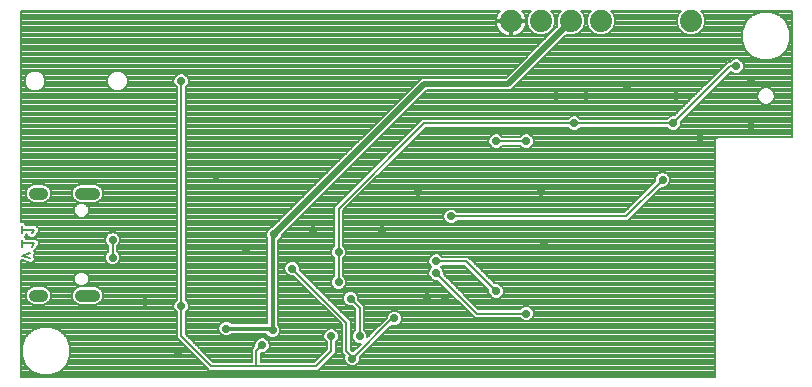
<source format=gbl>
G75*
%MOIN*%
%OFA0B0*%
%FSLAX25Y25*%
%IPPOS*%
%LPD*%
%AMOC8*
5,1,8,0,0,1.08239X$1,22.5*
%
%ADD10C,0.00800*%
%ADD11C,0.03937*%
%ADD12C,0.07400*%
%ADD13C,0.02900*%
%ADD14C,0.01200*%
%ADD15C,0.02000*%
D10*
X0216500Y0041500D02*
X0216500Y0080356D01*
X0216785Y0080214D01*
X0216900Y0080252D01*
X0219815Y0079280D01*
X0220927Y0079836D01*
X0221319Y0081015D01*
X0220910Y0081833D01*
X0221319Y0082652D01*
X0221059Y0083432D01*
X0222219Y0084881D01*
X0222600Y0085262D01*
X0222600Y0085357D01*
X0222659Y0085431D01*
X0222600Y0085966D01*
X0222600Y0086505D01*
X0222533Y0086572D01*
X0222522Y0086666D01*
X0222102Y0087003D01*
X0221721Y0087383D01*
X0221626Y0087383D01*
X0221552Y0087443D01*
X0221017Y0087383D01*
X0218400Y0087383D01*
X0218400Y0087671D01*
X0217938Y0088133D01*
X0218400Y0088595D01*
X0218400Y0088883D01*
X0218694Y0088883D01*
X0218744Y0088433D01*
X0219715Y0087657D01*
X0220950Y0087794D01*
X0222219Y0089381D01*
X0222600Y0089762D01*
X0222600Y0089857D01*
X0222659Y0089931D01*
X0222600Y0090466D01*
X0222600Y0091005D01*
X0222533Y0091072D01*
X0222522Y0091166D01*
X0222102Y0091503D01*
X0221721Y0091883D01*
X0221626Y0091883D01*
X0221552Y0091943D01*
X0221017Y0091883D01*
X0218400Y0091883D01*
X0218400Y0092171D01*
X0217521Y0093050D01*
X0216500Y0093050D01*
X0216500Y0163500D01*
X0376288Y0163500D01*
X0376110Y0163322D01*
X0375638Y0162673D01*
X0375274Y0161958D01*
X0375026Y0161194D01*
X0374900Y0160401D01*
X0374900Y0160400D01*
X0379600Y0160400D01*
X0379600Y0159600D01*
X0380400Y0159600D01*
X0380400Y0160400D01*
X0385100Y0160400D01*
X0385100Y0160401D01*
X0384974Y0161194D01*
X0384726Y0161958D01*
X0384362Y0162673D01*
X0383890Y0163322D01*
X0383712Y0163500D01*
X0386712Y0163500D01*
X0385931Y0162719D01*
X0385200Y0160955D01*
X0385200Y0159045D01*
X0385931Y0157281D01*
X0387281Y0155931D01*
X0389045Y0155200D01*
X0390955Y0155200D01*
X0392719Y0155931D01*
X0394069Y0157281D01*
X0394800Y0159045D01*
X0394800Y0160955D01*
X0394069Y0162719D01*
X0393288Y0163500D01*
X0396712Y0163500D01*
X0395931Y0162719D01*
X0395200Y0160955D01*
X0395200Y0159045D01*
X0395456Y0158426D01*
X0378180Y0141150D01*
X0350180Y0141150D01*
X0300580Y0091550D01*
X0300493Y0091550D01*
X0299556Y0091162D01*
X0298838Y0090444D01*
X0298450Y0089507D01*
X0298450Y0088493D01*
X0298800Y0087648D01*
X0298800Y0059200D01*
X0286906Y0059200D01*
X0286444Y0059662D01*
X0285507Y0060050D01*
X0284493Y0060050D01*
X0283556Y0059662D01*
X0282838Y0058944D01*
X0282450Y0058007D01*
X0282450Y0056993D01*
X0282838Y0056056D01*
X0283556Y0055338D01*
X0284493Y0054950D01*
X0285507Y0054950D01*
X0286444Y0055338D01*
X0286906Y0055800D01*
X0298191Y0055800D01*
X0298338Y0055445D01*
X0299056Y0054727D01*
X0299993Y0054339D01*
X0301007Y0054339D01*
X0301944Y0054727D01*
X0302662Y0055445D01*
X0303050Y0056382D01*
X0303050Y0057396D01*
X0302662Y0058333D01*
X0302200Y0058795D01*
X0302200Y0086737D01*
X0302444Y0086838D01*
X0303162Y0087556D01*
X0303550Y0088493D01*
X0303550Y0088580D01*
X0351920Y0136950D01*
X0379920Y0136950D01*
X0398426Y0155456D01*
X0399045Y0155200D01*
X0400955Y0155200D01*
X0402719Y0155931D01*
X0404069Y0157281D01*
X0404800Y0159045D01*
X0404800Y0160955D01*
X0404069Y0162719D01*
X0403288Y0163500D01*
X0406712Y0163500D01*
X0405931Y0162719D01*
X0405200Y0160955D01*
X0405200Y0159045D01*
X0405931Y0157281D01*
X0407281Y0155931D01*
X0409045Y0155200D01*
X0410955Y0155200D01*
X0412719Y0155931D01*
X0414069Y0157281D01*
X0414800Y0159045D01*
X0414800Y0160955D01*
X0414069Y0162719D01*
X0413288Y0163500D01*
X0436712Y0163500D01*
X0435931Y0162719D01*
X0435200Y0160955D01*
X0435200Y0159045D01*
X0435931Y0157281D01*
X0437281Y0155931D01*
X0439045Y0155200D01*
X0440955Y0155200D01*
X0442719Y0155931D01*
X0444069Y0157281D01*
X0444800Y0159045D01*
X0444800Y0160955D01*
X0444069Y0162719D01*
X0443288Y0163500D01*
X0473500Y0163500D01*
X0473500Y0121500D01*
X0448879Y0121500D01*
X0448000Y0120621D01*
X0448000Y0041500D01*
X0216500Y0041500D01*
X0216500Y0041597D02*
X0448000Y0041597D01*
X0448000Y0042396D02*
X0227807Y0042396D01*
X0226611Y0041900D02*
X0225331Y0041900D01*
X0223389Y0041900D01*
X0220412Y0043133D01*
X0220412Y0043133D01*
X0218133Y0045412D01*
X0218133Y0045412D01*
X0216900Y0048389D01*
X0216900Y0051611D01*
X0218133Y0054588D01*
X0218133Y0054588D01*
X0220412Y0056867D01*
X0220412Y0056867D01*
X0223389Y0058100D01*
X0226611Y0058100D01*
X0229588Y0056867D01*
X0229588Y0056867D01*
X0231867Y0054588D01*
X0231867Y0054588D01*
X0233100Y0051611D01*
X0233100Y0048389D01*
X0231867Y0045412D01*
X0231867Y0045412D01*
X0231867Y0045412D01*
X0229588Y0043133D01*
X0229588Y0043133D01*
X0226611Y0041900D01*
X0229649Y0043194D02*
X0448000Y0043194D01*
X0448000Y0043993D02*
X0316114Y0043993D01*
X0316500Y0044379D02*
X0320621Y0048500D01*
X0321500Y0049379D01*
X0321500Y0052894D01*
X0322162Y0053556D01*
X0322550Y0054493D01*
X0322550Y0055507D01*
X0322162Y0056444D01*
X0321444Y0057162D01*
X0320507Y0057550D01*
X0319493Y0057550D01*
X0318556Y0057162D01*
X0317838Y0056444D01*
X0317450Y0055507D01*
X0317450Y0054493D01*
X0317838Y0053556D01*
X0318500Y0052894D01*
X0318500Y0050621D01*
X0314379Y0046500D01*
X0296500Y0046500D01*
X0296500Y0049379D01*
X0296571Y0049450D01*
X0297507Y0049450D01*
X0298444Y0049838D01*
X0299162Y0050556D01*
X0299550Y0051493D01*
X0299550Y0052507D01*
X0299162Y0053444D01*
X0298444Y0054162D01*
X0297507Y0054550D01*
X0296493Y0054550D01*
X0295556Y0054162D01*
X0294838Y0053444D01*
X0294450Y0052507D01*
X0294450Y0051571D01*
X0293500Y0050621D01*
X0293500Y0046500D01*
X0280621Y0046500D01*
X0271500Y0055621D01*
X0271500Y0062894D01*
X0272162Y0063556D01*
X0272550Y0064493D01*
X0272550Y0065507D01*
X0272162Y0066444D01*
X0271500Y0067106D01*
X0271500Y0137894D01*
X0272162Y0138556D01*
X0272550Y0139493D01*
X0272550Y0140507D01*
X0272162Y0141444D01*
X0271444Y0142162D01*
X0270507Y0142550D01*
X0269493Y0142550D01*
X0268556Y0142162D01*
X0267838Y0141444D01*
X0267450Y0140507D01*
X0267450Y0139493D01*
X0267838Y0138556D01*
X0268500Y0137894D01*
X0268500Y0067106D01*
X0267838Y0066444D01*
X0267450Y0065507D01*
X0267450Y0064493D01*
X0267838Y0063556D01*
X0268500Y0062894D01*
X0268500Y0054379D01*
X0278500Y0044379D01*
X0278500Y0044379D01*
X0279379Y0043500D01*
X0315621Y0043500D01*
X0316500Y0044379D01*
X0316912Y0044791D02*
X0448000Y0044791D01*
X0448000Y0045590D02*
X0328696Y0045590D01*
X0328444Y0045338D02*
X0329162Y0046056D01*
X0329550Y0046993D01*
X0329550Y0047929D01*
X0340149Y0058527D01*
X0340604Y0058339D01*
X0341618Y0058339D01*
X0342555Y0058727D01*
X0343273Y0059445D01*
X0343661Y0060382D01*
X0343661Y0061396D01*
X0343273Y0062333D01*
X0342555Y0063051D01*
X0341618Y0063439D01*
X0340604Y0063439D01*
X0339667Y0063051D01*
X0338949Y0062333D01*
X0338561Y0061396D01*
X0338561Y0061182D01*
X0332050Y0054671D01*
X0332050Y0055507D01*
X0331662Y0056444D01*
X0331000Y0057106D01*
X0331000Y0065121D01*
X0329050Y0067071D01*
X0329050Y0068007D01*
X0328662Y0068944D01*
X0327944Y0069662D01*
X0327007Y0070050D01*
X0325993Y0070050D01*
X0325056Y0069662D01*
X0324338Y0068944D01*
X0323950Y0068007D01*
X0323950Y0066993D01*
X0324338Y0066056D01*
X0325056Y0065338D01*
X0325993Y0064950D01*
X0326929Y0064950D01*
X0328000Y0063879D01*
X0328000Y0057106D01*
X0327338Y0056444D01*
X0326950Y0055507D01*
X0326950Y0054493D01*
X0327338Y0053556D01*
X0328056Y0052838D01*
X0328993Y0052450D01*
X0329829Y0052450D01*
X0327429Y0050050D01*
X0327071Y0050050D01*
X0326500Y0050621D01*
X0326500Y0060121D01*
X0325621Y0061000D01*
X0309550Y0077071D01*
X0309550Y0078007D01*
X0309162Y0078944D01*
X0308444Y0079662D01*
X0307507Y0080050D01*
X0306493Y0080050D01*
X0305556Y0079662D01*
X0304838Y0078944D01*
X0304450Y0078007D01*
X0304450Y0076993D01*
X0304838Y0076056D01*
X0305556Y0075338D01*
X0306493Y0074950D01*
X0307429Y0074950D01*
X0323500Y0058879D01*
X0323500Y0049379D01*
X0324573Y0048305D01*
X0324450Y0048007D01*
X0324450Y0046993D01*
X0324838Y0046056D01*
X0325556Y0045338D01*
X0326493Y0044950D01*
X0327507Y0044950D01*
X0328444Y0045338D01*
X0329300Y0046388D02*
X0448000Y0046388D01*
X0448000Y0047187D02*
X0329550Y0047187D01*
X0329606Y0047985D02*
X0448000Y0047985D01*
X0448000Y0048784D02*
X0330405Y0048784D01*
X0331203Y0049582D02*
X0448000Y0049582D01*
X0448000Y0050381D02*
X0332002Y0050381D01*
X0332800Y0051179D02*
X0448000Y0051179D01*
X0448000Y0051978D02*
X0333599Y0051978D01*
X0334397Y0052776D02*
X0448000Y0052776D01*
X0448000Y0053575D02*
X0335196Y0053575D01*
X0335995Y0054373D02*
X0448000Y0054373D01*
X0448000Y0055172D02*
X0336793Y0055172D01*
X0337592Y0055970D02*
X0448000Y0055970D01*
X0448000Y0056769D02*
X0338390Y0056769D01*
X0339189Y0057567D02*
X0448000Y0057567D01*
X0448000Y0058366D02*
X0341683Y0058366D01*
X0340539Y0058366D02*
X0339987Y0058366D01*
X0340389Y0060889D02*
X0341111Y0060889D01*
X0340389Y0060889D02*
X0327250Y0047750D01*
X0325000Y0050000D01*
X0325000Y0059500D01*
X0307000Y0077500D01*
X0306047Y0075134D02*
X0302200Y0075134D01*
X0302200Y0074336D02*
X0308043Y0074336D01*
X0308841Y0073537D02*
X0302200Y0073537D01*
X0302200Y0072739D02*
X0309640Y0072739D01*
X0310438Y0071940D02*
X0302200Y0071940D01*
X0302200Y0071142D02*
X0311237Y0071142D01*
X0312035Y0070343D02*
X0302200Y0070343D01*
X0302200Y0069545D02*
X0312834Y0069545D01*
X0313632Y0068746D02*
X0302200Y0068746D01*
X0302200Y0067948D02*
X0314431Y0067948D01*
X0315229Y0067149D02*
X0302200Y0067149D01*
X0302200Y0066351D02*
X0316028Y0066351D01*
X0316826Y0065552D02*
X0302200Y0065552D01*
X0302200Y0064754D02*
X0317625Y0064754D01*
X0318423Y0063955D02*
X0302200Y0063955D01*
X0302200Y0063157D02*
X0319222Y0063157D01*
X0320020Y0062358D02*
X0302200Y0062358D01*
X0302200Y0061560D02*
X0320819Y0061560D01*
X0321617Y0060761D02*
X0302200Y0060761D01*
X0302200Y0059963D02*
X0322416Y0059963D01*
X0323214Y0059164D02*
X0302200Y0059164D01*
X0302629Y0058366D02*
X0323500Y0058366D01*
X0323500Y0057567D02*
X0302979Y0057567D01*
X0303050Y0056769D02*
X0318163Y0056769D01*
X0317642Y0055970D02*
X0302880Y0055970D01*
X0302389Y0055172D02*
X0317450Y0055172D01*
X0317500Y0054373D02*
X0301090Y0054373D01*
X0299910Y0054373D02*
X0297934Y0054373D01*
X0298611Y0055172D02*
X0286042Y0055172D01*
X0283957Y0055172D02*
X0271950Y0055172D01*
X0271500Y0055970D02*
X0282924Y0055970D01*
X0282543Y0056769D02*
X0271500Y0056769D01*
X0271500Y0057567D02*
X0282450Y0057567D01*
X0282599Y0058366D02*
X0271500Y0058366D01*
X0271500Y0059164D02*
X0283058Y0059164D01*
X0284282Y0059963D02*
X0271500Y0059963D01*
X0271500Y0060761D02*
X0298800Y0060761D01*
X0298800Y0059963D02*
X0285718Y0059963D01*
X0296066Y0054373D02*
X0272748Y0054373D01*
X0273547Y0053575D02*
X0294968Y0053575D01*
X0294561Y0052776D02*
X0274345Y0052776D01*
X0275144Y0051978D02*
X0294450Y0051978D01*
X0294058Y0051179D02*
X0275942Y0051179D01*
X0276741Y0050381D02*
X0293500Y0050381D01*
X0293500Y0049582D02*
X0277539Y0049582D01*
X0278338Y0048784D02*
X0293500Y0048784D01*
X0293500Y0047985D02*
X0279136Y0047985D01*
X0279935Y0047187D02*
X0293500Y0047187D01*
X0295000Y0045000D02*
X0295000Y0050000D01*
X0297000Y0052000D01*
X0299550Y0051978D02*
X0318500Y0051978D01*
X0318500Y0052776D02*
X0299439Y0052776D01*
X0299032Y0053575D02*
X0317830Y0053575D01*
X0318500Y0051179D02*
X0299420Y0051179D01*
X0298987Y0050381D02*
X0318259Y0050381D01*
X0317461Y0049582D02*
X0297826Y0049582D01*
X0296500Y0048784D02*
X0316662Y0048784D01*
X0315864Y0047985D02*
X0296500Y0047985D01*
X0296500Y0047187D02*
X0315065Y0047187D01*
X0315000Y0045000D02*
X0295000Y0045000D01*
X0280000Y0045000D01*
X0270000Y0055000D01*
X0270000Y0065000D01*
X0270000Y0140000D01*
X0272352Y0139015D02*
X0348046Y0139015D01*
X0348844Y0139814D02*
X0272550Y0139814D01*
X0272506Y0140612D02*
X0349643Y0140612D01*
X0347247Y0138217D02*
X0271823Y0138217D01*
X0271500Y0137418D02*
X0346449Y0137418D01*
X0345650Y0136620D02*
X0271500Y0136620D01*
X0271500Y0135821D02*
X0344852Y0135821D01*
X0344053Y0135023D02*
X0271500Y0135023D01*
X0271500Y0134224D02*
X0343254Y0134224D01*
X0342456Y0133426D02*
X0271500Y0133426D01*
X0271500Y0132627D02*
X0341657Y0132627D01*
X0340859Y0131829D02*
X0271500Y0131829D01*
X0271500Y0131030D02*
X0340060Y0131030D01*
X0339262Y0130232D02*
X0271500Y0130232D01*
X0271500Y0129433D02*
X0338463Y0129433D01*
X0337665Y0128635D02*
X0271500Y0128635D01*
X0271500Y0127836D02*
X0336866Y0127836D01*
X0336068Y0127038D02*
X0271500Y0127038D01*
X0271500Y0126239D02*
X0335269Y0126239D01*
X0334471Y0125441D02*
X0271500Y0125441D01*
X0271500Y0124642D02*
X0333672Y0124642D01*
X0332874Y0123844D02*
X0271500Y0123844D01*
X0271500Y0123045D02*
X0332075Y0123045D01*
X0331277Y0122247D02*
X0271500Y0122247D01*
X0271500Y0121448D02*
X0330478Y0121448D01*
X0329680Y0120650D02*
X0271500Y0120650D01*
X0271500Y0119851D02*
X0328881Y0119851D01*
X0328083Y0119053D02*
X0271500Y0119053D01*
X0271500Y0118254D02*
X0327284Y0118254D01*
X0326486Y0117456D02*
X0271500Y0117456D01*
X0271500Y0116657D02*
X0325687Y0116657D01*
X0324889Y0115859D02*
X0271500Y0115859D01*
X0271500Y0115060D02*
X0324090Y0115060D01*
X0323292Y0114262D02*
X0271500Y0114262D01*
X0271500Y0113463D02*
X0322493Y0113463D01*
X0321695Y0112665D02*
X0271500Y0112665D01*
X0271500Y0111866D02*
X0320896Y0111866D01*
X0320098Y0111068D02*
X0271500Y0111068D01*
X0271500Y0110269D02*
X0319299Y0110269D01*
X0318501Y0109470D02*
X0271500Y0109470D01*
X0271500Y0108672D02*
X0317702Y0108672D01*
X0316904Y0107873D02*
X0271500Y0107873D01*
X0271500Y0107075D02*
X0316105Y0107075D01*
X0315307Y0106276D02*
X0271500Y0106276D01*
X0271500Y0105478D02*
X0314508Y0105478D01*
X0313710Y0104679D02*
X0271500Y0104679D01*
X0271500Y0103881D02*
X0312911Y0103881D01*
X0312113Y0103082D02*
X0271500Y0103082D01*
X0271500Y0102284D02*
X0311314Y0102284D01*
X0310516Y0101485D02*
X0271500Y0101485D01*
X0271500Y0100687D02*
X0309717Y0100687D01*
X0308919Y0099888D02*
X0271500Y0099888D01*
X0271500Y0099090D02*
X0308120Y0099090D01*
X0307321Y0098291D02*
X0271500Y0098291D01*
X0271500Y0097493D02*
X0306523Y0097493D01*
X0305724Y0096694D02*
X0271500Y0096694D01*
X0271500Y0095896D02*
X0304926Y0095896D01*
X0304127Y0095097D02*
X0271500Y0095097D01*
X0271500Y0094299D02*
X0303329Y0094299D01*
X0302530Y0093500D02*
X0271500Y0093500D01*
X0271500Y0092702D02*
X0301732Y0092702D01*
X0300933Y0091903D02*
X0271500Y0091903D01*
X0271500Y0091105D02*
X0299498Y0091105D01*
X0298781Y0090306D02*
X0271500Y0090306D01*
X0271500Y0089508D02*
X0298450Y0089508D01*
X0298450Y0088709D02*
X0271500Y0088709D01*
X0271500Y0087911D02*
X0298691Y0087911D01*
X0298800Y0087112D02*
X0271500Y0087112D01*
X0271500Y0086314D02*
X0298800Y0086314D01*
X0298800Y0085515D02*
X0271500Y0085515D01*
X0271500Y0084717D02*
X0298800Y0084717D01*
X0298800Y0083918D02*
X0271500Y0083918D01*
X0271500Y0083120D02*
X0298800Y0083120D01*
X0298800Y0082321D02*
X0271500Y0082321D01*
X0271500Y0081523D02*
X0298800Y0081523D01*
X0298800Y0080724D02*
X0271500Y0080724D01*
X0271500Y0079926D02*
X0298800Y0079926D01*
X0298800Y0079127D02*
X0271500Y0079127D01*
X0271500Y0078329D02*
X0298800Y0078329D01*
X0298800Y0077530D02*
X0271500Y0077530D01*
X0271500Y0076732D02*
X0298800Y0076732D01*
X0298800Y0075933D02*
X0271500Y0075933D01*
X0271500Y0075134D02*
X0298800Y0075134D01*
X0298800Y0074336D02*
X0271500Y0074336D01*
X0271500Y0073537D02*
X0298800Y0073537D01*
X0298800Y0072739D02*
X0271500Y0072739D01*
X0271500Y0071940D02*
X0298800Y0071940D01*
X0298800Y0071142D02*
X0271500Y0071142D01*
X0271500Y0070343D02*
X0298800Y0070343D01*
X0298800Y0069545D02*
X0271500Y0069545D01*
X0271500Y0068746D02*
X0298800Y0068746D01*
X0298800Y0067948D02*
X0271500Y0067948D01*
X0271500Y0067149D02*
X0298800Y0067149D01*
X0298800Y0066351D02*
X0272201Y0066351D01*
X0272531Y0065552D02*
X0298800Y0065552D01*
X0298800Y0064754D02*
X0272550Y0064754D01*
X0272327Y0063955D02*
X0298800Y0063955D01*
X0298800Y0063157D02*
X0271763Y0063157D01*
X0271500Y0062358D02*
X0298800Y0062358D01*
X0298800Y0061560D02*
X0271500Y0061560D01*
X0268500Y0061560D02*
X0216500Y0061560D01*
X0216500Y0062358D02*
X0268500Y0062358D01*
X0268237Y0063157D02*
X0216500Y0063157D01*
X0216500Y0063955D02*
X0267673Y0063955D01*
X0267450Y0064754D02*
X0216500Y0064754D01*
X0216500Y0065552D02*
X0220339Y0065552D01*
X0220649Y0065424D02*
X0219522Y0065891D01*
X0218658Y0066754D01*
X0218191Y0067882D01*
X0218191Y0069102D01*
X0218658Y0070230D01*
X0219522Y0071093D01*
X0220649Y0071561D01*
X0224232Y0071561D01*
X0225360Y0071093D01*
X0226223Y0070230D01*
X0226691Y0069102D01*
X0226691Y0067882D01*
X0226223Y0066754D01*
X0225360Y0065891D01*
X0224232Y0065424D01*
X0220649Y0065424D01*
X0219062Y0066351D02*
X0216500Y0066351D01*
X0216500Y0067149D02*
X0218495Y0067149D01*
X0218191Y0067948D02*
X0216500Y0067948D01*
X0216500Y0068746D02*
X0218191Y0068746D01*
X0218375Y0069545D02*
X0216500Y0069545D01*
X0216500Y0070343D02*
X0218772Y0070343D01*
X0219639Y0071142D02*
X0216500Y0071142D01*
X0216500Y0071940D02*
X0235627Y0071940D01*
X0235825Y0071743D02*
X0237797Y0071743D01*
X0239191Y0073136D01*
X0239191Y0075108D01*
X0237797Y0076502D01*
X0235825Y0076502D01*
X0234431Y0075108D01*
X0234431Y0073136D01*
X0235825Y0071743D01*
X0236122Y0071561D02*
X0234994Y0071093D01*
X0234131Y0070230D01*
X0233664Y0069102D01*
X0233664Y0067882D01*
X0234131Y0066754D01*
X0234994Y0065891D01*
X0236122Y0065424D01*
X0241673Y0065424D01*
X0242801Y0065891D01*
X0243664Y0066754D01*
X0244131Y0067882D01*
X0244131Y0069102D01*
X0243664Y0070230D01*
X0242801Y0071093D01*
X0241673Y0071561D01*
X0236122Y0071561D01*
X0235111Y0071142D02*
X0225243Y0071142D01*
X0226110Y0070343D02*
X0234244Y0070343D01*
X0233847Y0069545D02*
X0226507Y0069545D01*
X0226691Y0068746D02*
X0233664Y0068746D01*
X0233664Y0067948D02*
X0226691Y0067948D01*
X0226387Y0067149D02*
X0233967Y0067149D01*
X0234534Y0066351D02*
X0225820Y0066351D01*
X0224543Y0065552D02*
X0235811Y0065552D01*
X0241984Y0065552D02*
X0267469Y0065552D01*
X0267799Y0066351D02*
X0243261Y0066351D01*
X0243828Y0067149D02*
X0268500Y0067149D01*
X0268500Y0067948D02*
X0244131Y0067948D01*
X0244131Y0068746D02*
X0268500Y0068746D01*
X0268500Y0069545D02*
X0243948Y0069545D01*
X0243551Y0070343D02*
X0268500Y0070343D01*
X0268500Y0071142D02*
X0242684Y0071142D01*
X0238793Y0072739D02*
X0268500Y0072739D01*
X0268500Y0073537D02*
X0239191Y0073537D01*
X0239191Y0074336D02*
X0268500Y0074336D01*
X0268500Y0075134D02*
X0239164Y0075134D01*
X0238365Y0075933D02*
X0268500Y0075933D01*
X0268500Y0076732D02*
X0216500Y0076732D01*
X0216500Y0077530D02*
X0268500Y0077530D01*
X0268500Y0078329D02*
X0216500Y0078329D01*
X0216500Y0079127D02*
X0245683Y0079127D01*
X0245812Y0078998D02*
X0246749Y0078610D01*
X0247764Y0078610D01*
X0248701Y0078998D01*
X0249418Y0079716D01*
X0249806Y0080653D01*
X0249806Y0081667D01*
X0249418Y0082605D01*
X0248756Y0083266D01*
X0248756Y0084959D01*
X0249418Y0085621D01*
X0249806Y0086559D01*
X0249806Y0087573D01*
X0249418Y0088510D01*
X0248701Y0089228D01*
X0247764Y0089616D01*
X0246749Y0089616D01*
X0245812Y0089228D01*
X0245095Y0088510D01*
X0244706Y0087573D01*
X0244706Y0086559D01*
X0245095Y0085621D01*
X0245756Y0084959D01*
X0245756Y0083266D01*
X0245095Y0082605D01*
X0244706Y0081667D01*
X0244706Y0080653D01*
X0245095Y0079716D01*
X0245812Y0078998D01*
X0245008Y0079926D02*
X0220956Y0079926D01*
X0221222Y0080724D02*
X0244706Y0080724D01*
X0244706Y0081523D02*
X0221066Y0081523D01*
X0221154Y0082321D02*
X0244977Y0082321D01*
X0245609Y0083120D02*
X0221163Y0083120D01*
X0221449Y0083918D02*
X0245756Y0083918D01*
X0245756Y0084717D02*
X0222088Y0084717D01*
X0222650Y0085515D02*
X0245201Y0085515D01*
X0244808Y0086314D02*
X0222600Y0086314D01*
X0221992Y0087112D02*
X0244706Y0087112D01*
X0244846Y0087911D02*
X0221043Y0087911D01*
X0221682Y0088709D02*
X0245294Y0088709D01*
X0246488Y0089508D02*
X0222346Y0089508D01*
X0222618Y0090306D02*
X0268500Y0090306D01*
X0268500Y0089508D02*
X0248024Y0089508D01*
X0249219Y0088709D02*
X0268500Y0088709D01*
X0268500Y0087911D02*
X0249666Y0087911D01*
X0249806Y0087112D02*
X0268500Y0087112D01*
X0268500Y0086314D02*
X0249705Y0086314D01*
X0249312Y0085515D02*
X0268500Y0085515D01*
X0268500Y0084717D02*
X0248756Y0084717D01*
X0248756Y0083918D02*
X0268500Y0083918D01*
X0268500Y0083120D02*
X0248903Y0083120D01*
X0249536Y0082321D02*
X0268500Y0082321D01*
X0268500Y0081523D02*
X0249806Y0081523D01*
X0249806Y0080724D02*
X0268500Y0080724D01*
X0268500Y0079926D02*
X0249505Y0079926D01*
X0248829Y0079127D02*
X0268500Y0079127D01*
X0268500Y0071940D02*
X0237995Y0071940D01*
X0234829Y0072739D02*
X0216500Y0072739D01*
X0216500Y0073537D02*
X0234431Y0073537D01*
X0234431Y0074336D02*
X0216500Y0074336D01*
X0216500Y0075134D02*
X0234458Y0075134D01*
X0235257Y0075933D02*
X0216500Y0075933D01*
X0216500Y0079926D02*
X0217880Y0079926D01*
X0219700Y0080900D02*
X0216900Y0081833D01*
X0219700Y0082767D01*
X0220167Y0084717D02*
X0221100Y0085883D01*
X0216900Y0085883D01*
X0216900Y0084717D02*
X0216900Y0087050D01*
X0218161Y0087911D02*
X0219398Y0087911D01*
X0218714Y0088709D02*
X0218400Y0088709D01*
X0216900Y0089217D02*
X0216900Y0091550D01*
X0216900Y0090383D02*
X0221100Y0090383D01*
X0220167Y0089217D01*
X0222529Y0091105D02*
X0268500Y0091105D01*
X0268500Y0091903D02*
X0221601Y0091903D01*
X0221196Y0091903D02*
X0218400Y0091903D01*
X0217870Y0092702D02*
X0268500Y0092702D01*
X0268500Y0093500D02*
X0216500Y0093500D01*
X0216500Y0094299D02*
X0268500Y0094299D01*
X0268500Y0095097D02*
X0238396Y0095097D01*
X0237797Y0094498D02*
X0239191Y0095892D01*
X0239191Y0097864D01*
X0237797Y0099257D01*
X0235825Y0099257D01*
X0234431Y0097864D01*
X0234431Y0095892D01*
X0235825Y0094498D01*
X0237797Y0094498D01*
X0239191Y0095896D02*
X0268500Y0095896D01*
X0268500Y0096694D02*
X0239191Y0096694D01*
X0239191Y0097493D02*
X0268500Y0097493D01*
X0268500Y0098291D02*
X0238763Y0098291D01*
X0237964Y0099090D02*
X0268500Y0099090D01*
X0268500Y0099888D02*
X0242757Y0099888D01*
X0242801Y0099907D02*
X0243664Y0100770D01*
X0244131Y0101898D01*
X0244131Y0103118D01*
X0243664Y0104246D01*
X0242801Y0105109D01*
X0241673Y0105576D01*
X0236122Y0105576D01*
X0234994Y0105109D01*
X0234131Y0104246D01*
X0233664Y0103118D01*
X0233664Y0101898D01*
X0234131Y0100770D01*
X0234994Y0099907D01*
X0236122Y0099439D01*
X0241673Y0099439D01*
X0242801Y0099907D01*
X0243581Y0100687D02*
X0268500Y0100687D01*
X0268500Y0101485D02*
X0243961Y0101485D01*
X0244131Y0102284D02*
X0268500Y0102284D01*
X0268500Y0103082D02*
X0244131Y0103082D01*
X0243816Y0103881D02*
X0268500Y0103881D01*
X0268500Y0104679D02*
X0243231Y0104679D01*
X0241911Y0105478D02*
X0268500Y0105478D01*
X0268500Y0106276D02*
X0216500Y0106276D01*
X0216500Y0105478D02*
X0220412Y0105478D01*
X0220649Y0105576D02*
X0219522Y0105109D01*
X0218658Y0104246D01*
X0218191Y0103118D01*
X0218191Y0101898D01*
X0218658Y0100770D01*
X0219522Y0099907D01*
X0220649Y0099439D01*
X0224232Y0099439D01*
X0225360Y0099907D01*
X0226223Y0100770D01*
X0226691Y0101898D01*
X0226691Y0103118D01*
X0226223Y0104246D01*
X0225360Y0105109D01*
X0224232Y0105576D01*
X0220649Y0105576D01*
X0219092Y0104679D02*
X0216500Y0104679D01*
X0216500Y0103881D02*
X0218507Y0103881D01*
X0218191Y0103082D02*
X0216500Y0103082D01*
X0216500Y0102284D02*
X0218191Y0102284D01*
X0218362Y0101485D02*
X0216500Y0101485D01*
X0216500Y0100687D02*
X0218741Y0100687D01*
X0219566Y0099888D02*
X0216500Y0099888D01*
X0216500Y0099090D02*
X0235658Y0099090D01*
X0235038Y0099888D02*
X0225316Y0099888D01*
X0226141Y0100687D02*
X0234214Y0100687D01*
X0233834Y0101485D02*
X0226520Y0101485D01*
X0226691Y0102284D02*
X0233664Y0102284D01*
X0233664Y0103082D02*
X0226691Y0103082D01*
X0226375Y0103881D02*
X0233980Y0103881D01*
X0234564Y0104679D02*
X0225790Y0104679D01*
X0224470Y0105478D02*
X0235884Y0105478D01*
X0234859Y0098291D02*
X0216500Y0098291D01*
X0216500Y0097493D02*
X0234431Y0097493D01*
X0234431Y0096694D02*
X0216500Y0096694D01*
X0216500Y0095896D02*
X0234431Y0095896D01*
X0235227Y0095097D02*
X0216500Y0095097D01*
X0216500Y0107075D02*
X0268500Y0107075D01*
X0268500Y0107873D02*
X0216500Y0107873D01*
X0216500Y0108672D02*
X0268500Y0108672D01*
X0268500Y0109470D02*
X0216500Y0109470D01*
X0216500Y0110269D02*
X0268500Y0110269D01*
X0268500Y0111068D02*
X0216500Y0111068D01*
X0216500Y0111866D02*
X0268500Y0111866D01*
X0268500Y0112665D02*
X0216500Y0112665D01*
X0216500Y0113463D02*
X0268500Y0113463D01*
X0268500Y0114262D02*
X0216500Y0114262D01*
X0216500Y0115060D02*
X0268500Y0115060D01*
X0268500Y0115859D02*
X0216500Y0115859D01*
X0216500Y0116657D02*
X0268500Y0116657D01*
X0268500Y0117456D02*
X0216500Y0117456D01*
X0216500Y0118254D02*
X0268500Y0118254D01*
X0268500Y0119053D02*
X0216500Y0119053D01*
X0216500Y0119851D02*
X0268500Y0119851D01*
X0268500Y0120650D02*
X0216500Y0120650D01*
X0216500Y0121448D02*
X0268500Y0121448D01*
X0268500Y0122247D02*
X0216500Y0122247D01*
X0216500Y0123045D02*
X0268500Y0123045D01*
X0268500Y0123844D02*
X0216500Y0123844D01*
X0216500Y0124642D02*
X0268500Y0124642D01*
X0268500Y0125441D02*
X0216500Y0125441D01*
X0216500Y0126239D02*
X0268500Y0126239D01*
X0268500Y0127038D02*
X0216500Y0127038D01*
X0216500Y0127836D02*
X0268500Y0127836D01*
X0268500Y0128635D02*
X0216500Y0128635D01*
X0216500Y0129433D02*
X0268500Y0129433D01*
X0268500Y0130232D02*
X0216500Y0130232D01*
X0216500Y0131030D02*
X0268500Y0131030D01*
X0268500Y0131829D02*
X0216500Y0131829D01*
X0216500Y0132627D02*
X0268500Y0132627D01*
X0268500Y0133426D02*
X0216500Y0133426D01*
X0216500Y0134224D02*
X0268500Y0134224D01*
X0268500Y0135023D02*
X0216500Y0135023D01*
X0216500Y0135821D02*
X0268500Y0135821D01*
X0268500Y0136620D02*
X0249745Y0136620D01*
X0249547Y0136538D02*
X0250819Y0137065D01*
X0251793Y0138039D01*
X0252320Y0139311D01*
X0252320Y0140689D01*
X0251793Y0141961D01*
X0250819Y0142935D01*
X0249547Y0143462D01*
X0248170Y0143462D01*
X0246897Y0142935D01*
X0245923Y0141961D01*
X0245396Y0140689D01*
X0245396Y0139311D01*
X0245923Y0138039D01*
X0246897Y0137065D01*
X0248170Y0136538D01*
X0249547Y0136538D01*
X0247971Y0136620D02*
X0222186Y0136620D01*
X0221988Y0136538D02*
X0223260Y0137065D01*
X0224234Y0138039D01*
X0224761Y0139311D01*
X0224761Y0140689D01*
X0224234Y0141961D01*
X0223260Y0142935D01*
X0221988Y0143462D01*
X0220611Y0143462D01*
X0219338Y0142935D01*
X0218364Y0141961D01*
X0217837Y0140689D01*
X0217837Y0139311D01*
X0218364Y0138039D01*
X0219338Y0137065D01*
X0220611Y0136538D01*
X0221988Y0136538D01*
X0220412Y0136620D02*
X0216500Y0136620D01*
X0216500Y0137418D02*
X0218985Y0137418D01*
X0218290Y0138217D02*
X0216500Y0138217D01*
X0216500Y0139015D02*
X0217960Y0139015D01*
X0217837Y0139814D02*
X0216500Y0139814D01*
X0216500Y0140612D02*
X0217837Y0140612D01*
X0218136Y0141411D02*
X0216500Y0141411D01*
X0216500Y0142209D02*
X0218612Y0142209D01*
X0219514Y0143008D02*
X0216500Y0143008D01*
X0216500Y0143806D02*
X0380837Y0143806D01*
X0380038Y0143008D02*
X0250644Y0143008D01*
X0251545Y0142209D02*
X0268671Y0142209D01*
X0267824Y0141411D02*
X0252021Y0141411D01*
X0252320Y0140612D02*
X0267494Y0140612D01*
X0267450Y0139814D02*
X0252320Y0139814D01*
X0252198Y0139015D02*
X0267648Y0139015D01*
X0268177Y0138217D02*
X0251867Y0138217D01*
X0251173Y0137418D02*
X0268500Y0137418D01*
X0272176Y0141411D02*
X0378441Y0141411D01*
X0379240Y0142209D02*
X0271329Y0142209D01*
X0247073Y0143008D02*
X0223084Y0143008D01*
X0223986Y0142209D02*
X0246171Y0142209D01*
X0245695Y0141411D02*
X0224462Y0141411D01*
X0224761Y0140612D02*
X0245396Y0140612D01*
X0245396Y0139814D02*
X0224761Y0139814D01*
X0224639Y0139015D02*
X0245519Y0139015D01*
X0245849Y0138217D02*
X0224308Y0138217D01*
X0223614Y0137418D02*
X0246544Y0137418D01*
X0216500Y0144605D02*
X0381635Y0144605D01*
X0382434Y0145403D02*
X0216500Y0145403D01*
X0216500Y0146202D02*
X0383232Y0146202D01*
X0384031Y0147001D02*
X0216500Y0147001D01*
X0216500Y0147799D02*
X0384829Y0147799D01*
X0385628Y0148598D02*
X0216500Y0148598D01*
X0216500Y0149396D02*
X0386426Y0149396D01*
X0387225Y0150195D02*
X0216500Y0150195D01*
X0216500Y0150993D02*
X0388023Y0150993D01*
X0388822Y0151792D02*
X0216500Y0151792D01*
X0216500Y0152590D02*
X0389620Y0152590D01*
X0390419Y0153389D02*
X0216500Y0153389D01*
X0216500Y0154187D02*
X0391217Y0154187D01*
X0392016Y0154986D02*
X0380942Y0154986D01*
X0381194Y0155026D02*
X0381958Y0155274D01*
X0382673Y0155638D01*
X0383322Y0156110D01*
X0383890Y0156678D01*
X0384362Y0157327D01*
X0384726Y0158042D01*
X0384974Y0158806D01*
X0385100Y0159599D01*
X0385100Y0159600D01*
X0380400Y0159600D01*
X0380400Y0154900D01*
X0380401Y0154900D01*
X0381194Y0155026D01*
X0380400Y0154986D02*
X0379600Y0154986D01*
X0379600Y0154900D02*
X0379600Y0159600D01*
X0374900Y0159600D01*
X0374900Y0159599D01*
X0375026Y0158806D01*
X0375274Y0158042D01*
X0375638Y0157327D01*
X0376110Y0156678D01*
X0376678Y0156110D01*
X0377327Y0155638D01*
X0378042Y0155274D01*
X0378806Y0155026D01*
X0379599Y0154900D01*
X0379600Y0154900D01*
X0379058Y0154986D02*
X0216500Y0154986D01*
X0216500Y0155784D02*
X0377126Y0155784D01*
X0376205Y0156583D02*
X0216500Y0156583D01*
X0216500Y0157381D02*
X0375610Y0157381D01*
X0375229Y0158180D02*
X0216500Y0158180D01*
X0216500Y0158978D02*
X0374998Y0158978D01*
X0374928Y0160575D02*
X0216500Y0160575D01*
X0216500Y0159777D02*
X0379600Y0159777D01*
X0379600Y0158978D02*
X0380400Y0158978D01*
X0380400Y0158180D02*
X0379600Y0158180D01*
X0379600Y0157381D02*
X0380400Y0157381D01*
X0380400Y0156583D02*
X0379600Y0156583D01*
X0379600Y0155784D02*
X0380400Y0155784D01*
X0382874Y0155784D02*
X0387635Y0155784D01*
X0386629Y0156583D02*
X0383795Y0156583D01*
X0384389Y0157381D02*
X0385889Y0157381D01*
X0385559Y0158180D02*
X0384771Y0158180D01*
X0385002Y0158978D02*
X0385228Y0158978D01*
X0385200Y0159777D02*
X0380400Y0159777D01*
X0385072Y0160575D02*
X0385200Y0160575D01*
X0385374Y0161374D02*
X0384916Y0161374D01*
X0384617Y0162172D02*
X0385704Y0162172D01*
X0386183Y0162971D02*
X0384146Y0162971D01*
X0375854Y0162971D02*
X0216500Y0162971D01*
X0216500Y0162172D02*
X0375383Y0162172D01*
X0375084Y0161374D02*
X0216500Y0161374D01*
X0323642Y0108672D02*
X0331551Y0108672D01*
X0332349Y0109470D02*
X0324440Y0109470D01*
X0325239Y0110269D02*
X0333148Y0110269D01*
X0333946Y0111068D02*
X0326037Y0111068D01*
X0326836Y0111866D02*
X0334745Y0111866D01*
X0335543Y0112665D02*
X0327634Y0112665D01*
X0328433Y0113463D02*
X0336342Y0113463D01*
X0337140Y0114262D02*
X0329231Y0114262D01*
X0330030Y0115060D02*
X0337939Y0115060D01*
X0338737Y0115859D02*
X0330828Y0115859D01*
X0331627Y0116657D02*
X0339536Y0116657D01*
X0340334Y0117456D02*
X0332425Y0117456D01*
X0333224Y0118254D02*
X0341133Y0118254D01*
X0341931Y0119053D02*
X0334022Y0119053D01*
X0334821Y0119851D02*
X0342730Y0119851D01*
X0343528Y0120650D02*
X0335619Y0120650D01*
X0336418Y0121448D02*
X0344327Y0121448D01*
X0345125Y0122247D02*
X0337217Y0122247D01*
X0338015Y0123045D02*
X0345924Y0123045D01*
X0346722Y0123844D02*
X0338814Y0123844D01*
X0339612Y0124642D02*
X0347521Y0124642D01*
X0348319Y0125441D02*
X0340411Y0125441D01*
X0341209Y0126239D02*
X0349118Y0126239D01*
X0349916Y0127038D02*
X0342008Y0127038D01*
X0342806Y0127836D02*
X0399230Y0127836D01*
X0399556Y0128162D02*
X0398894Y0127500D01*
X0350379Y0127500D01*
X0321879Y0099000D01*
X0321000Y0098121D01*
X0321000Y0085106D01*
X0320338Y0084444D01*
X0319950Y0083507D01*
X0319950Y0082493D01*
X0320338Y0081556D01*
X0321000Y0080894D01*
X0321000Y0075106D01*
X0320338Y0074444D01*
X0319950Y0073507D01*
X0319950Y0072493D01*
X0320338Y0071556D01*
X0321056Y0070838D01*
X0321993Y0070450D01*
X0323007Y0070450D01*
X0323944Y0070838D01*
X0324662Y0071556D01*
X0325050Y0072493D01*
X0325050Y0073507D01*
X0324662Y0074444D01*
X0324000Y0075106D01*
X0324000Y0080894D01*
X0324662Y0081556D01*
X0325050Y0082493D01*
X0325050Y0083507D01*
X0324662Y0084444D01*
X0324000Y0085106D01*
X0324000Y0096879D01*
X0351621Y0124500D01*
X0398894Y0124500D01*
X0399556Y0123838D01*
X0400493Y0123450D01*
X0401507Y0123450D01*
X0402444Y0123838D01*
X0403106Y0124500D01*
X0431894Y0124500D01*
X0432556Y0123838D01*
X0433493Y0123450D01*
X0434507Y0123450D01*
X0435444Y0123838D01*
X0436162Y0124556D01*
X0436550Y0125493D01*
X0436550Y0126429D01*
X0453258Y0143136D01*
X0453556Y0142838D01*
X0454493Y0142450D01*
X0455507Y0142450D01*
X0456444Y0142838D01*
X0457162Y0143556D01*
X0457550Y0144493D01*
X0457550Y0145507D01*
X0457162Y0146444D01*
X0456444Y0147162D01*
X0455507Y0147550D01*
X0454493Y0147550D01*
X0453556Y0147162D01*
X0452894Y0146500D01*
X0452379Y0146500D01*
X0451500Y0145621D01*
X0434429Y0128550D01*
X0433493Y0128550D01*
X0432556Y0128162D01*
X0431894Y0127500D01*
X0403106Y0127500D01*
X0402444Y0128162D01*
X0401507Y0128550D01*
X0400493Y0128550D01*
X0399556Y0128162D01*
X0401000Y0126000D02*
X0351000Y0126000D01*
X0322500Y0097500D01*
X0322500Y0083000D01*
X0322500Y0073000D01*
X0324248Y0071142D02*
X0357737Y0071142D01*
X0358535Y0070343D02*
X0316278Y0070343D01*
X0317076Y0069545D02*
X0324939Y0069545D01*
X0324256Y0068746D02*
X0317875Y0068746D01*
X0318673Y0067948D02*
X0323950Y0067948D01*
X0323950Y0067149D02*
X0319472Y0067149D01*
X0320270Y0066351D02*
X0324216Y0066351D01*
X0324841Y0065552D02*
X0321069Y0065552D01*
X0321867Y0064754D02*
X0327125Y0064754D01*
X0327923Y0063955D02*
X0322666Y0063955D01*
X0323464Y0063157D02*
X0328000Y0063157D01*
X0328000Y0062358D02*
X0324263Y0062358D01*
X0325062Y0061560D02*
X0328000Y0061560D01*
X0328000Y0060761D02*
X0325860Y0060761D01*
X0326500Y0059963D02*
X0328000Y0059963D01*
X0328000Y0059164D02*
X0326500Y0059164D01*
X0326500Y0058366D02*
X0328000Y0058366D01*
X0328000Y0057567D02*
X0326500Y0057567D01*
X0326500Y0056769D02*
X0327663Y0056769D01*
X0327142Y0055970D02*
X0326500Y0055970D01*
X0326500Y0055172D02*
X0326950Y0055172D01*
X0327000Y0054373D02*
X0326500Y0054373D01*
X0326500Y0053575D02*
X0327330Y0053575D01*
X0326500Y0052776D02*
X0328205Y0052776D01*
X0329356Y0051978D02*
X0326500Y0051978D01*
X0326500Y0051179D02*
X0328558Y0051179D01*
X0327759Y0050381D02*
X0326741Y0050381D01*
X0327250Y0047750D02*
X0327000Y0047500D01*
X0324700Y0046388D02*
X0318509Y0046388D01*
X0317711Y0045590D02*
X0325304Y0045590D01*
X0324450Y0047187D02*
X0319308Y0047187D01*
X0320106Y0047985D02*
X0324450Y0047985D01*
X0324095Y0048784D02*
X0320905Y0048784D01*
X0321500Y0049582D02*
X0323500Y0049582D01*
X0323500Y0050381D02*
X0321500Y0050381D01*
X0321500Y0051179D02*
X0323500Y0051179D01*
X0323500Y0051978D02*
X0321500Y0051978D01*
X0321500Y0052776D02*
X0323500Y0052776D01*
X0323500Y0053575D02*
X0322170Y0053575D01*
X0322500Y0054373D02*
X0323500Y0054373D01*
X0323500Y0055172D02*
X0322550Y0055172D01*
X0322358Y0055970D02*
X0323500Y0055970D01*
X0323500Y0056769D02*
X0321837Y0056769D01*
X0320000Y0055000D02*
X0320000Y0050000D01*
X0315000Y0045000D01*
X0329500Y0055000D02*
X0329500Y0064500D01*
X0326500Y0067500D01*
X0328744Y0068746D02*
X0360132Y0068746D01*
X0360931Y0067948D02*
X0329050Y0067948D01*
X0329050Y0067149D02*
X0361729Y0067149D01*
X0362528Y0066351D02*
X0329770Y0066351D01*
X0330569Y0065552D02*
X0363326Y0065552D01*
X0364125Y0064754D02*
X0331000Y0064754D01*
X0331000Y0063955D02*
X0364923Y0063955D01*
X0365722Y0063157D02*
X0342299Y0063157D01*
X0343248Y0062358D02*
X0366520Y0062358D01*
X0367000Y0061879D02*
X0367879Y0061000D01*
X0382894Y0061000D01*
X0383556Y0060338D01*
X0384493Y0059950D01*
X0385507Y0059950D01*
X0386444Y0060338D01*
X0387162Y0061056D01*
X0387550Y0061993D01*
X0387550Y0063007D01*
X0387162Y0063944D01*
X0386444Y0064662D01*
X0385507Y0065050D01*
X0384493Y0065050D01*
X0383556Y0064662D01*
X0382894Y0064000D01*
X0369121Y0064000D01*
X0357550Y0075571D01*
X0357550Y0076507D01*
X0357162Y0077444D01*
X0356606Y0078000D01*
X0357106Y0078500D01*
X0364379Y0078500D01*
X0372450Y0070429D01*
X0372450Y0069493D01*
X0372838Y0068556D01*
X0373556Y0067838D01*
X0374493Y0067450D01*
X0375507Y0067450D01*
X0376444Y0067838D01*
X0377162Y0068556D01*
X0377550Y0069493D01*
X0377550Y0070507D01*
X0377162Y0071444D01*
X0376444Y0072162D01*
X0375507Y0072550D01*
X0374571Y0072550D01*
X0366500Y0080621D01*
X0365621Y0081500D01*
X0357106Y0081500D01*
X0356444Y0082162D01*
X0355507Y0082550D01*
X0354493Y0082550D01*
X0353556Y0082162D01*
X0352838Y0081444D01*
X0352450Y0080507D01*
X0352450Y0079493D01*
X0352838Y0078556D01*
X0353394Y0078000D01*
X0352838Y0077444D01*
X0352450Y0076507D01*
X0352450Y0075493D01*
X0352838Y0074556D01*
X0353556Y0073838D01*
X0354493Y0073450D01*
X0355429Y0073450D01*
X0367000Y0061879D01*
X0367319Y0061560D02*
X0343593Y0061560D01*
X0343661Y0060761D02*
X0383132Y0060761D01*
X0384462Y0059963D02*
X0343487Y0059963D01*
X0342992Y0059164D02*
X0448000Y0059164D01*
X0448000Y0059963D02*
X0385538Y0059963D01*
X0386868Y0060761D02*
X0448000Y0060761D01*
X0448000Y0061560D02*
X0387371Y0061560D01*
X0387550Y0062358D02*
X0448000Y0062358D01*
X0448000Y0063157D02*
X0387488Y0063157D01*
X0387151Y0063955D02*
X0448000Y0063955D01*
X0448000Y0064754D02*
X0386222Y0064754D01*
X0383778Y0064754D02*
X0368367Y0064754D01*
X0367569Y0065552D02*
X0448000Y0065552D01*
X0448000Y0066351D02*
X0366770Y0066351D01*
X0365972Y0067149D02*
X0448000Y0067149D01*
X0448000Y0067948D02*
X0376554Y0067948D01*
X0377241Y0068746D02*
X0448000Y0068746D01*
X0448000Y0069545D02*
X0377550Y0069545D01*
X0377550Y0070343D02*
X0448000Y0070343D01*
X0448000Y0071142D02*
X0377287Y0071142D01*
X0376666Y0071940D02*
X0448000Y0071940D01*
X0448000Y0072739D02*
X0374382Y0072739D01*
X0373584Y0073537D02*
X0448000Y0073537D01*
X0448000Y0074336D02*
X0372785Y0074336D01*
X0371987Y0075134D02*
X0448000Y0075134D01*
X0448000Y0075933D02*
X0371188Y0075933D01*
X0370390Y0076732D02*
X0448000Y0076732D01*
X0448000Y0077530D02*
X0369591Y0077530D01*
X0368793Y0078329D02*
X0448000Y0078329D01*
X0448000Y0079127D02*
X0367994Y0079127D01*
X0367196Y0079926D02*
X0448000Y0079926D01*
X0448000Y0080724D02*
X0366397Y0080724D01*
X0365000Y0080000D02*
X0355000Y0080000D01*
X0352450Y0079926D02*
X0324000Y0079926D01*
X0324000Y0080724D02*
X0352540Y0080724D01*
X0352916Y0081523D02*
X0324629Y0081523D01*
X0324979Y0082321D02*
X0353940Y0082321D01*
X0356060Y0082321D02*
X0448000Y0082321D01*
X0448000Y0081523D02*
X0357084Y0081523D01*
X0356935Y0078329D02*
X0364550Y0078329D01*
X0365349Y0077530D02*
X0357076Y0077530D01*
X0357457Y0076732D02*
X0366147Y0076732D01*
X0366946Y0075933D02*
X0357550Y0075933D01*
X0357987Y0075134D02*
X0367744Y0075134D01*
X0368543Y0074336D02*
X0358785Y0074336D01*
X0359584Y0073537D02*
X0369341Y0073537D01*
X0370140Y0072739D02*
X0360382Y0072739D01*
X0361181Y0071940D02*
X0370938Y0071940D01*
X0371737Y0071142D02*
X0361979Y0071142D01*
X0362778Y0070343D02*
X0372450Y0070343D01*
X0372450Y0069545D02*
X0363576Y0069545D01*
X0364375Y0068746D02*
X0372759Y0068746D01*
X0373446Y0067948D02*
X0365173Y0067948D01*
X0359334Y0069545D02*
X0328061Y0069545D01*
X0324821Y0071940D02*
X0356938Y0071940D01*
X0356140Y0072739D02*
X0325050Y0072739D01*
X0325037Y0073537D02*
X0354282Y0073537D01*
X0353058Y0074336D02*
X0324707Y0074336D01*
X0324000Y0075134D02*
X0352598Y0075134D01*
X0352450Y0075933D02*
X0324000Y0075933D01*
X0324000Y0076732D02*
X0352543Y0076732D01*
X0352924Y0077530D02*
X0324000Y0077530D01*
X0324000Y0078329D02*
X0353065Y0078329D01*
X0352601Y0079127D02*
X0324000Y0079127D01*
X0321000Y0079127D02*
X0308979Y0079127D01*
X0309417Y0078329D02*
X0321000Y0078329D01*
X0321000Y0077530D02*
X0309550Y0077530D01*
X0309890Y0076732D02*
X0321000Y0076732D01*
X0321000Y0075933D02*
X0310688Y0075933D01*
X0311487Y0075134D02*
X0321000Y0075134D01*
X0320293Y0074336D02*
X0312285Y0074336D01*
X0313084Y0073537D02*
X0319963Y0073537D01*
X0319950Y0072739D02*
X0313882Y0072739D01*
X0314681Y0071940D02*
X0320179Y0071940D01*
X0320752Y0071142D02*
X0315479Y0071142D01*
X0304961Y0075933D02*
X0302200Y0075933D01*
X0302200Y0076732D02*
X0304558Y0076732D01*
X0304450Y0077530D02*
X0302200Y0077530D01*
X0302200Y0078329D02*
X0304583Y0078329D01*
X0305021Y0079127D02*
X0302200Y0079127D01*
X0302200Y0079926D02*
X0306192Y0079926D01*
X0307808Y0079926D02*
X0321000Y0079926D01*
X0321000Y0080724D02*
X0302200Y0080724D01*
X0302200Y0081523D02*
X0320371Y0081523D01*
X0320021Y0082321D02*
X0302200Y0082321D01*
X0302200Y0083120D02*
X0319950Y0083120D01*
X0320120Y0083918D02*
X0302200Y0083918D01*
X0302200Y0084717D02*
X0320610Y0084717D01*
X0321000Y0085515D02*
X0302200Y0085515D01*
X0302200Y0086314D02*
X0321000Y0086314D01*
X0321000Y0087112D02*
X0302718Y0087112D01*
X0303309Y0087911D02*
X0321000Y0087911D01*
X0321000Y0088709D02*
X0303679Y0088709D01*
X0304478Y0089508D02*
X0321000Y0089508D01*
X0321000Y0090306D02*
X0305276Y0090306D01*
X0306075Y0091105D02*
X0321000Y0091105D01*
X0321000Y0091903D02*
X0306873Y0091903D01*
X0307672Y0092702D02*
X0321000Y0092702D01*
X0321000Y0093500D02*
X0308470Y0093500D01*
X0309269Y0094299D02*
X0321000Y0094299D01*
X0321000Y0095097D02*
X0310067Y0095097D01*
X0310866Y0095896D02*
X0321000Y0095896D01*
X0321000Y0096694D02*
X0311664Y0096694D01*
X0312463Y0097493D02*
X0321000Y0097493D01*
X0321170Y0098291D02*
X0313261Y0098291D01*
X0314060Y0099090D02*
X0321969Y0099090D01*
X0322767Y0099888D02*
X0314858Y0099888D01*
X0315657Y0100687D02*
X0323566Y0100687D01*
X0324364Y0101485D02*
X0316455Y0101485D01*
X0317254Y0102284D02*
X0325163Y0102284D01*
X0325961Y0103082D02*
X0318052Y0103082D01*
X0318851Y0103881D02*
X0326760Y0103881D01*
X0327558Y0104679D02*
X0319649Y0104679D01*
X0320448Y0105478D02*
X0328357Y0105478D01*
X0329155Y0106276D02*
X0321246Y0106276D01*
X0322045Y0107075D02*
X0329954Y0107075D01*
X0330752Y0107873D02*
X0322843Y0107873D01*
X0331002Y0103881D02*
X0425210Y0103881D01*
X0426008Y0104679D02*
X0331801Y0104679D01*
X0332599Y0105478D02*
X0426807Y0105478D01*
X0427605Y0106276D02*
X0333398Y0106276D01*
X0334196Y0107075D02*
X0427950Y0107075D01*
X0427950Y0106621D02*
X0417779Y0096450D01*
X0362106Y0096450D01*
X0361444Y0097112D01*
X0360507Y0097500D01*
X0359493Y0097500D01*
X0358556Y0097112D01*
X0357838Y0096394D01*
X0357450Y0095457D01*
X0357450Y0094443D01*
X0357838Y0093506D01*
X0358556Y0092788D01*
X0359493Y0092400D01*
X0360507Y0092400D01*
X0361444Y0092788D01*
X0362106Y0093450D01*
X0419021Y0093450D01*
X0430071Y0104500D01*
X0431007Y0104500D01*
X0431944Y0104888D01*
X0432662Y0105606D01*
X0433050Y0106543D01*
X0433050Y0107557D01*
X0432662Y0108494D01*
X0431944Y0109212D01*
X0431007Y0109600D01*
X0429993Y0109600D01*
X0429056Y0109212D01*
X0428338Y0108494D01*
X0427950Y0107557D01*
X0427950Y0106621D01*
X0428081Y0107873D02*
X0334995Y0107873D01*
X0335793Y0108672D02*
X0428516Y0108672D01*
X0429680Y0109470D02*
X0336592Y0109470D01*
X0337390Y0110269D02*
X0448000Y0110269D01*
X0448000Y0109470D02*
X0431320Y0109470D01*
X0432484Y0108672D02*
X0448000Y0108672D01*
X0448000Y0107873D02*
X0432919Y0107873D01*
X0433050Y0107075D02*
X0448000Y0107075D01*
X0448000Y0106276D02*
X0432940Y0106276D01*
X0432534Y0105478D02*
X0448000Y0105478D01*
X0448000Y0104679D02*
X0431440Y0104679D01*
X0429452Y0103881D02*
X0448000Y0103881D01*
X0448000Y0103082D02*
X0428654Y0103082D01*
X0427855Y0102284D02*
X0448000Y0102284D01*
X0448000Y0101485D02*
X0427057Y0101485D01*
X0426258Y0100687D02*
X0448000Y0100687D01*
X0448000Y0099888D02*
X0425460Y0099888D01*
X0424661Y0099090D02*
X0448000Y0099090D01*
X0448000Y0098291D02*
X0423863Y0098291D01*
X0423064Y0097493D02*
X0448000Y0097493D01*
X0448000Y0096694D02*
X0422266Y0096694D01*
X0421467Y0095896D02*
X0448000Y0095896D01*
X0448000Y0095097D02*
X0420669Y0095097D01*
X0419870Y0094299D02*
X0448000Y0094299D01*
X0448000Y0093500D02*
X0419072Y0093500D01*
X0418400Y0094950D02*
X0430500Y0107050D01*
X0424411Y0103082D02*
X0330204Y0103082D01*
X0329405Y0102284D02*
X0423613Y0102284D01*
X0422814Y0101485D02*
X0328607Y0101485D01*
X0327808Y0100687D02*
X0422016Y0100687D01*
X0421217Y0099888D02*
X0327010Y0099888D01*
X0326211Y0099090D02*
X0420419Y0099090D01*
X0419620Y0098291D02*
X0325413Y0098291D01*
X0324614Y0097493D02*
X0359475Y0097493D01*
X0360525Y0097493D02*
X0418821Y0097493D01*
X0418023Y0096694D02*
X0361862Y0096694D01*
X0360000Y0094950D02*
X0418400Y0094950D01*
X0448000Y0092702D02*
X0361236Y0092702D01*
X0358764Y0092702D02*
X0324000Y0092702D01*
X0324000Y0093500D02*
X0357843Y0093500D01*
X0357510Y0094299D02*
X0324000Y0094299D01*
X0324000Y0095097D02*
X0357450Y0095097D01*
X0357632Y0095896D02*
X0324000Y0095896D01*
X0324000Y0096694D02*
X0358138Y0096694D01*
X0339786Y0112665D02*
X0448000Y0112665D01*
X0448000Y0113463D02*
X0340584Y0113463D01*
X0341383Y0114262D02*
X0448000Y0114262D01*
X0448000Y0115060D02*
X0342181Y0115060D01*
X0342980Y0115859D02*
X0448000Y0115859D01*
X0448000Y0116657D02*
X0343778Y0116657D01*
X0344577Y0117456D02*
X0374479Y0117456D01*
X0374493Y0117450D02*
X0375507Y0117450D01*
X0376444Y0117838D01*
X0377106Y0118500D01*
X0382894Y0118500D01*
X0383556Y0117838D01*
X0384493Y0117450D01*
X0385507Y0117450D01*
X0386444Y0117838D01*
X0387162Y0118556D01*
X0387550Y0119493D01*
X0387550Y0120507D01*
X0387162Y0121444D01*
X0386444Y0122162D01*
X0385507Y0122550D01*
X0384493Y0122550D01*
X0383556Y0122162D01*
X0382894Y0121500D01*
X0377106Y0121500D01*
X0376444Y0122162D01*
X0375507Y0122550D01*
X0374493Y0122550D01*
X0373556Y0122162D01*
X0372838Y0121444D01*
X0372450Y0120507D01*
X0372450Y0119493D01*
X0372838Y0118556D01*
X0373556Y0117838D01*
X0374493Y0117450D01*
X0375521Y0117456D02*
X0384479Y0117456D01*
X0385521Y0117456D02*
X0448000Y0117456D01*
X0448000Y0118254D02*
X0386860Y0118254D01*
X0387368Y0119053D02*
X0448000Y0119053D01*
X0448000Y0119851D02*
X0387550Y0119851D01*
X0387491Y0120650D02*
X0448028Y0120650D01*
X0448827Y0121448D02*
X0387158Y0121448D01*
X0386240Y0122247D02*
X0473500Y0122247D01*
X0473500Y0123045D02*
X0350166Y0123045D01*
X0349368Y0122247D02*
X0373760Y0122247D01*
X0372842Y0121448D02*
X0348569Y0121448D01*
X0347771Y0120650D02*
X0372509Y0120650D01*
X0372450Y0119851D02*
X0346972Y0119851D01*
X0346174Y0119053D02*
X0372632Y0119053D01*
X0373140Y0118254D02*
X0345375Y0118254D01*
X0350965Y0123844D02*
X0399550Y0123844D01*
X0401000Y0126000D02*
X0434000Y0126000D01*
X0453000Y0145000D01*
X0455000Y0145000D01*
X0457266Y0143806D02*
X0473500Y0143806D01*
X0473500Y0143008D02*
X0456614Y0143008D01*
X0457550Y0144605D02*
X0473500Y0144605D01*
X0473500Y0145403D02*
X0457550Y0145403D01*
X0457262Y0146202D02*
X0473500Y0146202D01*
X0473500Y0147001D02*
X0466854Y0147001D01*
X0466611Y0146900D02*
X0469588Y0148133D01*
X0469588Y0148133D01*
X0471867Y0150412D01*
X0473100Y0153389D01*
X0473100Y0156611D01*
X0471867Y0159588D01*
X0471867Y0159588D01*
X0469588Y0161867D01*
X0466611Y0163100D01*
X0463389Y0163100D01*
X0460412Y0161867D01*
X0460412Y0161867D01*
X0458133Y0159588D01*
X0456900Y0156611D01*
X0456900Y0153389D01*
X0458133Y0150412D01*
X0460412Y0148133D01*
X0463389Y0146900D01*
X0465331Y0146900D01*
X0466611Y0146900D01*
X0466611Y0146900D01*
X0468782Y0147799D02*
X0473500Y0147799D01*
X0473500Y0148598D02*
X0470053Y0148598D01*
X0470851Y0149396D02*
X0473500Y0149396D01*
X0473500Y0150195D02*
X0471650Y0150195D01*
X0471867Y0150412D02*
X0471867Y0150412D01*
X0472108Y0150993D02*
X0473500Y0150993D01*
X0473500Y0151792D02*
X0472438Y0151792D01*
X0472769Y0152590D02*
X0473500Y0152590D01*
X0473500Y0153389D02*
X0473100Y0153389D01*
X0473100Y0154187D02*
X0473500Y0154187D01*
X0473500Y0154986D02*
X0473100Y0154986D01*
X0473100Y0155784D02*
X0473500Y0155784D01*
X0473500Y0156583D02*
X0473100Y0156583D01*
X0472781Y0157381D02*
X0473500Y0157381D01*
X0473500Y0158180D02*
X0472450Y0158180D01*
X0472120Y0158978D02*
X0473500Y0158978D01*
X0473500Y0159777D02*
X0471678Y0159777D01*
X0470880Y0160575D02*
X0473500Y0160575D01*
X0473500Y0161374D02*
X0470081Y0161374D01*
X0469588Y0161867D02*
X0469588Y0161867D01*
X0468851Y0162172D02*
X0473500Y0162172D01*
X0473500Y0162971D02*
X0466923Y0162971D01*
X0463077Y0162971D02*
X0443817Y0162971D01*
X0444296Y0162172D02*
X0461149Y0162172D01*
X0459919Y0161374D02*
X0444626Y0161374D01*
X0444800Y0160575D02*
X0459120Y0160575D01*
X0458322Y0159777D02*
X0444800Y0159777D01*
X0444772Y0158978D02*
X0457880Y0158978D01*
X0458133Y0159588D02*
X0458133Y0159588D01*
X0457550Y0158180D02*
X0444441Y0158180D01*
X0444111Y0157381D02*
X0457219Y0157381D01*
X0456900Y0156583D02*
X0443371Y0156583D01*
X0442365Y0155784D02*
X0456900Y0155784D01*
X0456900Y0154986D02*
X0397955Y0154986D01*
X0397157Y0154187D02*
X0456900Y0154187D01*
X0456900Y0153389D02*
X0396358Y0153389D01*
X0395560Y0152590D02*
X0457231Y0152590D01*
X0457562Y0151792D02*
X0394761Y0151792D01*
X0393963Y0150993D02*
X0457892Y0150993D01*
X0458133Y0150412D02*
X0458133Y0150412D01*
X0458350Y0150195D02*
X0393164Y0150195D01*
X0392366Y0149396D02*
X0459149Y0149396D01*
X0459947Y0148598D02*
X0391567Y0148598D01*
X0390769Y0147799D02*
X0461218Y0147799D01*
X0460412Y0148133D02*
X0460412Y0148133D01*
X0463146Y0147001D02*
X0456606Y0147001D01*
X0453394Y0147001D02*
X0389970Y0147001D01*
X0389172Y0146202D02*
X0452081Y0146202D01*
X0451282Y0145403D02*
X0388373Y0145403D01*
X0387575Y0144605D02*
X0450484Y0144605D01*
X0449685Y0143806D02*
X0386776Y0143806D01*
X0385978Y0143008D02*
X0448887Y0143008D01*
X0448088Y0142209D02*
X0385179Y0142209D01*
X0384381Y0141411D02*
X0447290Y0141411D01*
X0446491Y0140612D02*
X0383582Y0140612D01*
X0382784Y0139814D02*
X0445693Y0139814D01*
X0444894Y0139015D02*
X0381985Y0139015D01*
X0381187Y0138217D02*
X0444096Y0138217D01*
X0443297Y0137418D02*
X0380388Y0137418D01*
X0402770Y0127836D02*
X0432230Y0127836D01*
X0434513Y0128635D02*
X0343605Y0128635D01*
X0344403Y0129433D02*
X0435312Y0129433D01*
X0436110Y0130232D02*
X0345202Y0130232D01*
X0346000Y0131030D02*
X0436909Y0131030D01*
X0437707Y0131829D02*
X0346799Y0131829D01*
X0347597Y0132627D02*
X0438506Y0132627D01*
X0439305Y0133426D02*
X0348396Y0133426D01*
X0349194Y0134224D02*
X0440103Y0134224D01*
X0440902Y0135023D02*
X0349993Y0135023D01*
X0350791Y0135821D02*
X0441700Y0135821D01*
X0442499Y0136620D02*
X0351590Y0136620D01*
X0376240Y0122247D02*
X0383760Y0122247D01*
X0385000Y0120000D02*
X0375000Y0120000D01*
X0376860Y0118254D02*
X0383140Y0118254D01*
X0402450Y0123844D02*
X0432550Y0123844D01*
X0435450Y0123844D02*
X0473500Y0123844D01*
X0473500Y0124642D02*
X0436198Y0124642D01*
X0436528Y0125441D02*
X0473500Y0125441D01*
X0473500Y0126239D02*
X0436550Y0126239D01*
X0437159Y0127038D02*
X0473500Y0127038D01*
X0473500Y0127836D02*
X0437958Y0127836D01*
X0438756Y0128635D02*
X0473500Y0128635D01*
X0473500Y0129433D02*
X0439555Y0129433D01*
X0440353Y0130232D02*
X0473500Y0130232D01*
X0473500Y0131030D02*
X0441152Y0131030D01*
X0441950Y0131829D02*
X0473500Y0131829D01*
X0473500Y0132627D02*
X0466688Y0132627D01*
X0466627Y0132566D02*
X0467434Y0133373D01*
X0467872Y0134429D01*
X0467872Y0135571D01*
X0467434Y0136627D01*
X0466627Y0137434D01*
X0465571Y0137872D01*
X0464429Y0137872D01*
X0463373Y0137434D01*
X0462566Y0136627D01*
X0462128Y0135571D01*
X0462128Y0134429D01*
X0462566Y0133373D01*
X0463373Y0132566D01*
X0464429Y0132128D01*
X0465571Y0132128D01*
X0466627Y0132566D01*
X0467456Y0133426D02*
X0473500Y0133426D01*
X0473500Y0134224D02*
X0467787Y0134224D01*
X0467872Y0135023D02*
X0473500Y0135023D01*
X0473500Y0135821D02*
X0467768Y0135821D01*
X0467437Y0136620D02*
X0473500Y0136620D01*
X0473500Y0137418D02*
X0466643Y0137418D01*
X0463357Y0137418D02*
X0447540Y0137418D01*
X0446741Y0136620D02*
X0462563Y0136620D01*
X0462232Y0135821D02*
X0445943Y0135821D01*
X0445144Y0135023D02*
X0462128Y0135023D01*
X0462213Y0134224D02*
X0444346Y0134224D01*
X0443547Y0133426D02*
X0462544Y0133426D01*
X0463312Y0132627D02*
X0442749Y0132627D01*
X0448338Y0138217D02*
X0473500Y0138217D01*
X0473500Y0139015D02*
X0449137Y0139015D01*
X0449935Y0139814D02*
X0473500Y0139814D01*
X0473500Y0140612D02*
X0450734Y0140612D01*
X0451532Y0141411D02*
X0473500Y0141411D01*
X0473500Y0142209D02*
X0452331Y0142209D01*
X0453129Y0143008D02*
X0453386Y0143008D01*
X0437635Y0155784D02*
X0412365Y0155784D01*
X0413371Y0156583D02*
X0436629Y0156583D01*
X0435889Y0157381D02*
X0414111Y0157381D01*
X0414441Y0158180D02*
X0435559Y0158180D01*
X0435228Y0158978D02*
X0414772Y0158978D01*
X0414800Y0159777D02*
X0435200Y0159777D01*
X0435200Y0160575D02*
X0414800Y0160575D01*
X0414626Y0161374D02*
X0435374Y0161374D01*
X0435704Y0162172D02*
X0414296Y0162172D01*
X0413817Y0162971D02*
X0436183Y0162971D01*
X0407635Y0155784D02*
X0402365Y0155784D01*
X0403371Y0156583D02*
X0406629Y0156583D01*
X0405889Y0157381D02*
X0404111Y0157381D01*
X0404441Y0158180D02*
X0405559Y0158180D01*
X0405228Y0158978D02*
X0404772Y0158978D01*
X0404800Y0159777D02*
X0405200Y0159777D01*
X0405200Y0160575D02*
X0404800Y0160575D01*
X0404626Y0161374D02*
X0405374Y0161374D01*
X0405704Y0162172D02*
X0404296Y0162172D01*
X0403817Y0162971D02*
X0406183Y0162971D01*
X0396183Y0162971D02*
X0393817Y0162971D01*
X0394296Y0162172D02*
X0395704Y0162172D01*
X0395374Y0161374D02*
X0394626Y0161374D01*
X0394800Y0160575D02*
X0395200Y0160575D01*
X0395200Y0159777D02*
X0394800Y0159777D01*
X0394772Y0158978D02*
X0395228Y0158978D01*
X0395210Y0158180D02*
X0394441Y0158180D01*
X0394411Y0157381D02*
X0394111Y0157381D01*
X0393613Y0156583D02*
X0393371Y0156583D01*
X0392814Y0155784D02*
X0392365Y0155784D01*
X0338987Y0111866D02*
X0448000Y0111866D01*
X0448000Y0111068D02*
X0338189Y0111068D01*
X0324000Y0091903D02*
X0448000Y0091903D01*
X0448000Y0091105D02*
X0324000Y0091105D01*
X0324000Y0090306D02*
X0448000Y0090306D01*
X0448000Y0089508D02*
X0324000Y0089508D01*
X0324000Y0088709D02*
X0448000Y0088709D01*
X0448000Y0087911D02*
X0324000Y0087911D01*
X0324000Y0087112D02*
X0448000Y0087112D01*
X0448000Y0086314D02*
X0324000Y0086314D01*
X0324000Y0085515D02*
X0448000Y0085515D01*
X0448000Y0084717D02*
X0324390Y0084717D01*
X0324880Y0083918D02*
X0448000Y0083918D01*
X0448000Y0083120D02*
X0325050Y0083120D01*
X0355000Y0076000D02*
X0368500Y0062500D01*
X0385000Y0062500D01*
X0375000Y0070000D02*
X0365000Y0080000D01*
X0339923Y0063157D02*
X0331000Y0063157D01*
X0331000Y0062358D02*
X0338974Y0062358D01*
X0338629Y0061560D02*
X0331000Y0061560D01*
X0331000Y0060761D02*
X0338140Y0060761D01*
X0337341Y0059963D02*
X0331000Y0059963D01*
X0331000Y0059164D02*
X0336543Y0059164D01*
X0335744Y0058366D02*
X0331000Y0058366D01*
X0331000Y0057567D02*
X0334946Y0057567D01*
X0334147Y0056769D02*
X0331337Y0056769D01*
X0331858Y0055970D02*
X0333349Y0055970D01*
X0332550Y0055172D02*
X0332050Y0055172D01*
X0278886Y0043993D02*
X0230448Y0043993D01*
X0231246Y0044791D02*
X0278088Y0044791D01*
X0277289Y0045590D02*
X0231941Y0045590D01*
X0232271Y0046388D02*
X0276491Y0046388D01*
X0275692Y0047187D02*
X0232602Y0047187D01*
X0232933Y0047985D02*
X0274894Y0047985D01*
X0274095Y0048784D02*
X0233100Y0048784D01*
X0233100Y0049582D02*
X0273297Y0049582D01*
X0272498Y0050381D02*
X0233100Y0050381D01*
X0233100Y0051179D02*
X0271700Y0051179D01*
X0270901Y0051978D02*
X0232948Y0051978D01*
X0232617Y0052776D02*
X0270102Y0052776D01*
X0269304Y0053575D02*
X0232287Y0053575D01*
X0231956Y0054373D02*
X0268505Y0054373D01*
X0268500Y0055172D02*
X0231283Y0055172D01*
X0230485Y0055970D02*
X0268500Y0055970D01*
X0268500Y0056769D02*
X0229686Y0056769D01*
X0227897Y0057567D02*
X0268500Y0057567D01*
X0268500Y0058366D02*
X0216500Y0058366D01*
X0216500Y0059164D02*
X0268500Y0059164D01*
X0268500Y0059963D02*
X0216500Y0059963D01*
X0216500Y0060761D02*
X0268500Y0060761D01*
X0247256Y0081160D02*
X0247256Y0087066D01*
X0222103Y0057567D02*
X0216500Y0057567D01*
X0216500Y0056769D02*
X0220314Y0056769D01*
X0219515Y0055970D02*
X0216500Y0055970D01*
X0216500Y0055172D02*
X0218717Y0055172D01*
X0218044Y0054373D02*
X0216500Y0054373D01*
X0216500Y0053575D02*
X0217713Y0053575D01*
X0217383Y0052776D02*
X0216500Y0052776D01*
X0216500Y0051978D02*
X0217052Y0051978D01*
X0216900Y0051179D02*
X0216500Y0051179D01*
X0216500Y0050381D02*
X0216900Y0050381D01*
X0216900Y0049582D02*
X0216500Y0049582D01*
X0216500Y0048784D02*
X0216900Y0048784D01*
X0217067Y0047985D02*
X0216500Y0047985D01*
X0216500Y0047187D02*
X0217398Y0047187D01*
X0217729Y0046388D02*
X0216500Y0046388D01*
X0216500Y0045590D02*
X0218059Y0045590D01*
X0218754Y0044791D02*
X0216500Y0044791D01*
X0216500Y0043993D02*
X0219552Y0043993D01*
X0220351Y0043194D02*
X0216500Y0043194D01*
X0216500Y0042396D02*
X0222192Y0042396D01*
D11*
X0221260Y0068492D02*
X0221260Y0068492D01*
X0223622Y0068492D01*
X0223622Y0068492D01*
X0221260Y0068492D01*
X0236732Y0068492D02*
X0236732Y0068492D01*
X0241064Y0068492D01*
X0241064Y0068492D01*
X0236732Y0068492D01*
X0236732Y0102508D02*
X0236732Y0102508D01*
X0241064Y0102508D01*
X0241064Y0102508D01*
X0236732Y0102508D01*
X0221260Y0102508D02*
X0221260Y0102508D01*
X0223622Y0102508D01*
X0223622Y0102508D01*
X0221260Y0102508D01*
D12*
X0380000Y0160000D03*
X0390000Y0160000D03*
X0400000Y0160000D03*
X0410000Y0160000D03*
X0440000Y0160000D03*
D13*
X0455000Y0145000D03*
X0460000Y0140000D03*
X0435000Y0135000D03*
X0418500Y0138000D03*
X0405000Y0135000D03*
X0395000Y0135000D03*
X0401000Y0126000D03*
X0385000Y0120000D03*
X0375000Y0120000D03*
X0390000Y0103000D03*
X0360000Y0094950D03*
X0349000Y0103000D03*
X0337000Y0090500D03*
X0322500Y0083000D03*
X0314000Y0090500D03*
X0301000Y0089000D03*
X0291500Y0083500D03*
X0307000Y0077500D03*
X0322500Y0073000D03*
X0326500Y0067500D03*
X0341111Y0060889D03*
X0329500Y0055000D03*
X0320000Y0055000D03*
X0327000Y0047500D03*
X0300500Y0056889D03*
X0297000Y0052000D03*
X0285000Y0057500D03*
X0270000Y0065000D03*
X0258000Y0066500D03*
X0247256Y0081160D03*
X0247256Y0087066D03*
X0281500Y0108500D03*
X0270000Y0140000D03*
X0391000Y0085500D03*
X0375000Y0070000D03*
X0385000Y0062500D03*
X0358000Y0067500D03*
X0352000Y0068000D03*
X0355000Y0076000D03*
X0355000Y0080000D03*
X0430500Y0107050D03*
X0443000Y0121000D03*
X0434000Y0126000D03*
X0460000Y0125000D03*
X0269000Y0049500D03*
D14*
X0285000Y0057500D02*
X0299889Y0057500D01*
X0300500Y0056889D01*
X0300500Y0088500D01*
X0301000Y0089000D01*
D15*
X0351050Y0139050D01*
X0375000Y0139050D01*
X0379050Y0139050D01*
X0400000Y0160000D01*
M02*

</source>
